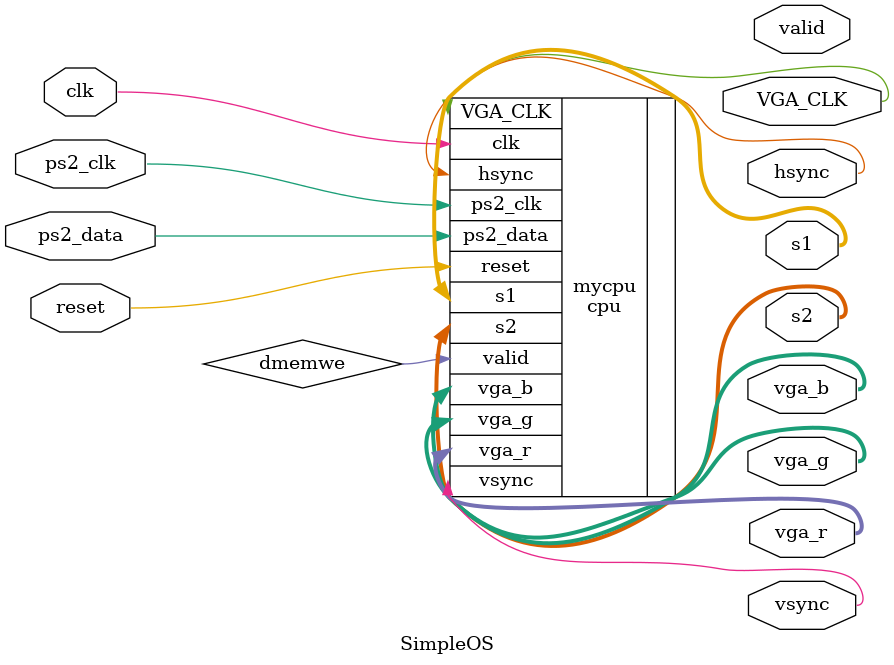
<source format=v>
module SimpleOS(	
	input    clk,	
	input  ps2_data,
	input  ps2_clk,
	input  reset,
	output hsync,
	output vsync,
	output valid,
	output [7:0]vga_r,
	output [7:0]vga_g,
	output [7:0]vga_b,
	output VGA_CLK,
	output [6:0]s1,
	output [6:0]s2
	);
//add your code here
cpu mycpu(
				 .clk(clk),                                  
				 .ps2_data(ps2_data), 
				 .ps2_clk(ps2_clk), 
				 .reset(reset), 
				 .hsync(hsync), 
				 .vsync(vsync), 
				 .valid(dmemwe),
				 .vga_r(vga_r),                                  
				 .vga_g(vga_g), 
				 .vga_b(vga_b), 
				 .reset(reset), 
				 .VGA_CLK(VGA_CLK), 
				 .s1(s1), 
				 .s2(s2)); 
  
endmodule
</source>
